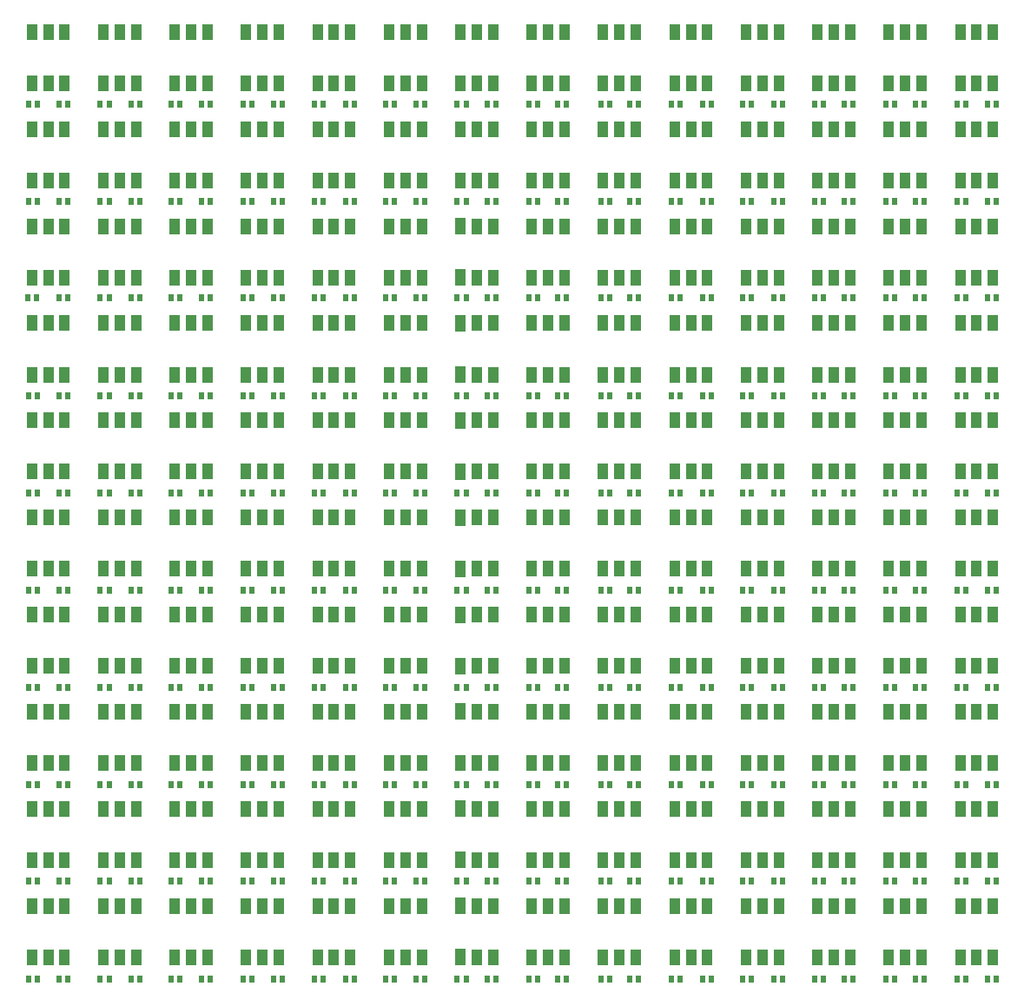
<source format=gtp>
G04 Layer: TopPasteMaskLayer*
G04 EasyEDA v6.3.22, 2020-01-04T19:44:14+01:00*
G04 f50fd1600d684b49919d2234b325bca6,43c3eb671339413baca6572c6aa340f4,10*
G04 Gerber Generator version 0.2*
G04 Scale: 100 percent, Rotated: No, Reflected: No *
G04 Dimensions in millimeters *
G04 leading zeros omitted , absolute positions ,3 integer and 3 decimal *
%FSLAX33Y33*%
%MOMM*%
G90*
G71D02*

%ADD16R,0.999998X1.599997*%
%ADD17R,0.599948X0.649986*%

%LPD*%
G54D16*
G01X5950Y91049D03*
G01X4350Y91049D03*
G01X2750Y91049D03*
G01X2750Y96049D03*
G01X4350Y96049D03*
G01X5950Y96049D03*
G01X96456Y91049D03*
G01X94855Y91049D03*
G01X93256Y91049D03*
G01X93256Y96049D03*
G01X94855Y96049D03*
G01X96456Y96049D03*
G01X89494Y91049D03*
G01X87893Y91049D03*
G01X86293Y91049D03*
G01X86293Y96049D03*
G01X87893Y96049D03*
G01X89494Y96049D03*
G01X82532Y91049D03*
G01X80931Y91049D03*
G01X79332Y91049D03*
G01X79332Y96049D03*
G01X80931Y96049D03*
G01X82532Y96049D03*
G01X75570Y91049D03*
G01X73969Y91049D03*
G01X72369Y91049D03*
G01X72369Y96049D03*
G01X73969Y96049D03*
G01X75570Y96049D03*
G01X68608Y91049D03*
G01X67007Y91049D03*
G01X65408Y91049D03*
G01X65408Y96049D03*
G01X67007Y96049D03*
G01X68608Y96049D03*
G01X61646Y91049D03*
G01X60045Y91049D03*
G01X58445Y91049D03*
G01X58445Y96049D03*
G01X60045Y96049D03*
G01X61646Y96049D03*
G01X54684Y91049D03*
G01X53083Y91049D03*
G01X51484Y91049D03*
G01X51484Y96049D03*
G01X53083Y96049D03*
G01X54684Y96049D03*
G01X19874Y91049D03*
G01X18273Y91049D03*
G01X16674Y91049D03*
G01X16674Y96049D03*
G01X18273Y96049D03*
G01X19874Y96049D03*
G01X12912Y91049D03*
G01X11311Y91049D03*
G01X9711Y91049D03*
G01X9711Y96049D03*
G01X11311Y96049D03*
G01X12912Y96049D03*
G01X47722Y91049D03*
G01X46121Y91049D03*
G01X44521Y91049D03*
G01X44521Y96049D03*
G01X46121Y96049D03*
G01X47722Y96049D03*
G01X26836Y91049D03*
G01X25235Y91049D03*
G01X23635Y91049D03*
G01X23635Y96049D03*
G01X25235Y96049D03*
G01X26836Y96049D03*
G01X40760Y91049D03*
G01X39159Y91049D03*
G01X37559Y91049D03*
G01X37559Y96049D03*
G01X39159Y96049D03*
G01X40760Y96049D03*
G01X33798Y91049D03*
G01X32197Y91049D03*
G01X30598Y91049D03*
G01X30598Y96049D03*
G01X32197Y96049D03*
G01X33798Y96049D03*
G54D17*
G01X65974Y89000D03*
G01X65125Y89000D03*
G01X31174Y89000D03*
G01X30325Y89000D03*
G01X38074Y89000D03*
G01X37225Y89000D03*
G01X93774Y89000D03*
G01X92925Y89000D03*
G01X3274Y89000D03*
G01X2425Y89000D03*
G01X45074Y89000D03*
G01X44225Y89000D03*
G01X24174Y89000D03*
G01X23325Y89000D03*
G01X86874Y89000D03*
G01X86025Y89000D03*
G01X52074Y89000D03*
G01X51225Y89000D03*
G01X17174Y89000D03*
G01X16325Y89000D03*
G01X10274Y89000D03*
G01X9425Y89000D03*
G01X59074Y89000D03*
G01X58225Y89000D03*
G01X79874Y89000D03*
G01X79025Y89000D03*
G01X72874Y89000D03*
G01X72025Y89000D03*
G01X61874Y89000D03*
G01X61025Y89000D03*
G01X41074Y89000D03*
G01X40225Y89000D03*
G01X75974Y89000D03*
G01X75125Y89000D03*
G01X68974Y89000D03*
G01X68125Y89000D03*
G01X6274Y89000D03*
G01X5425Y89000D03*
G01X82774Y89000D03*
G01X81925Y89000D03*
G01X20174Y89000D03*
G01X19325Y89000D03*
G01X13274Y89000D03*
G01X12425Y89000D03*
G01X89774Y89000D03*
G01X88925Y89000D03*
G01X27174Y89000D03*
G01X26325Y89000D03*
G01X47974Y89000D03*
G01X47125Y89000D03*
G01X96774Y89000D03*
G01X95925Y89000D03*
G01X34174Y89000D03*
G01X33325Y89000D03*
G01X54874Y89000D03*
G01X54025Y89000D03*
G54D16*
G01X5950Y81577D03*
G01X4350Y81577D03*
G01X2750Y81577D03*
G01X2750Y86577D03*
G01X4350Y86577D03*
G01X5950Y86577D03*
G54D17*
G01X3274Y79500D03*
G01X2425Y79500D03*
G01X6274Y79500D03*
G01X5425Y79500D03*
G54D16*
G01X89494Y81577D03*
G01X87893Y81577D03*
G01X86293Y81577D03*
G01X86293Y86577D03*
G01X87893Y86577D03*
G01X89494Y86577D03*
G01X82532Y81577D03*
G01X80931Y81577D03*
G01X79332Y81577D03*
G01X79332Y86577D03*
G01X80931Y86577D03*
G01X82532Y86577D03*
G01X75570Y81577D03*
G01X73969Y81577D03*
G01X72369Y81577D03*
G01X72369Y86577D03*
G01X73969Y86577D03*
G01X75570Y86577D03*
G01X68608Y81577D03*
G01X67007Y81577D03*
G01X65408Y81577D03*
G01X65408Y86577D03*
G01X67007Y86577D03*
G01X68608Y86577D03*
G01X96456Y81577D03*
G01X94855Y81577D03*
G01X93256Y81577D03*
G01X93256Y86577D03*
G01X94855Y86577D03*
G01X96456Y86577D03*
G01X61646Y81577D03*
G01X60045Y81577D03*
G01X58445Y81577D03*
G01X58445Y86577D03*
G01X60045Y86577D03*
G01X61646Y86577D03*
G01X54684Y81577D03*
G01X53083Y81577D03*
G01X51484Y81577D03*
G01X51484Y86577D03*
G01X53083Y86577D03*
G01X54684Y86577D03*
G01X47722Y81577D03*
G01X46121Y81577D03*
G01X44521Y81577D03*
G01X44521Y86577D03*
G01X46121Y86577D03*
G01X47722Y86577D03*
G01X40760Y81577D03*
G01X39159Y81577D03*
G01X37559Y81577D03*
G01X37559Y86577D03*
G01X39159Y86577D03*
G01X40760Y86577D03*
G01X26836Y81577D03*
G01X25235Y81577D03*
G01X23635Y81577D03*
G01X23635Y86577D03*
G01X25235Y86577D03*
G01X26836Y86577D03*
G01X33798Y81577D03*
G01X32197Y81577D03*
G01X30598Y81577D03*
G01X30598Y86577D03*
G01X32197Y86577D03*
G01X33798Y86577D03*
G54D17*
G01X59074Y79500D03*
G01X58225Y79500D03*
G01X86874Y79500D03*
G01X86025Y79500D03*
G01X52074Y79500D03*
G01X51225Y79500D03*
G01X72874Y79500D03*
G01X72025Y79500D03*
G01X45074Y79500D03*
G01X44225Y79500D03*
G01X65974Y79500D03*
G01X65125Y79500D03*
G01X17174Y79500D03*
G01X16325Y79500D03*
G01X38074Y79500D03*
G01X37225Y79500D03*
G01X93774Y79500D03*
G01X92925Y79500D03*
G01X79874Y79500D03*
G01X79025Y79500D03*
G01X24174Y79500D03*
G01X23325Y79500D03*
G01X31174Y79500D03*
G01X30325Y79500D03*
G01X27174Y79500D03*
G01X26325Y79500D03*
G01X20174Y79500D03*
G01X19325Y79500D03*
G01X41074Y79500D03*
G01X40225Y79500D03*
G01X47974Y79500D03*
G01X47125Y79500D03*
G01X54874Y79500D03*
G01X54025Y79500D03*
G01X61874Y79500D03*
G01X61025Y79500D03*
G01X34174Y79500D03*
G01X33325Y79500D03*
G01X68974Y79500D03*
G01X68125Y79500D03*
G01X75974Y79500D03*
G01X75125Y79500D03*
G01X82774Y79500D03*
G01X81925Y79500D03*
G01X89774Y79500D03*
G01X88925Y79500D03*
G01X96774Y79500D03*
G01X95925Y79500D03*
G54D16*
G01X12912Y81577D03*
G01X11311Y81577D03*
G01X9711Y81577D03*
G01X9711Y86577D03*
G01X11311Y86577D03*
G01X12912Y86577D03*
G54D17*
G01X10274Y79500D03*
G01X9425Y79500D03*
G01X13274Y79500D03*
G01X12425Y79500D03*
G54D16*
G01X33798Y62632D03*
G01X32197Y62632D03*
G01X30598Y62632D03*
G01X30598Y67632D03*
G01X32197Y67632D03*
G01X33798Y67632D03*
G01X89494Y62632D03*
G01X87893Y62632D03*
G01X86293Y62632D03*
G01X86293Y67632D03*
G01X87893Y67632D03*
G01X89494Y67632D03*
G01X82532Y62632D03*
G01X80931Y62632D03*
G01X79332Y62632D03*
G01X79332Y67632D03*
G01X80931Y67632D03*
G01X82532Y67632D03*
G01X75570Y62632D03*
G01X73969Y62632D03*
G01X72369Y62632D03*
G01X72369Y67632D03*
G01X73969Y67632D03*
G01X75570Y67632D03*
G01X68608Y62632D03*
G01X67007Y62632D03*
G01X65408Y62632D03*
G01X65408Y67632D03*
G01X67007Y67632D03*
G01X68608Y67632D03*
G01X61646Y62632D03*
G01X60045Y62632D03*
G01X58445Y62632D03*
G01X58445Y67632D03*
G01X60045Y67632D03*
G01X61646Y67632D03*
G01X54684Y62632D03*
G01X53083Y62632D03*
G01X51484Y62632D03*
G01X51484Y67632D03*
G01X53083Y67632D03*
G01X54684Y67632D03*
G01X47722Y62632D03*
G01X46121Y62632D03*
G36*
G01X44021Y61832D02*
G01X44021Y63433D01*
G01X45022Y63433D01*
G01X45022Y61832D01*
G01X44021Y61832D01*
G37*
G36*
G01X44021Y66832D02*
G01X44021Y68433D01*
G01X45022Y68433D01*
G01X45022Y66832D01*
G01X44021Y66832D01*
G37*
G01X46121Y67632D03*
G01X47722Y67632D03*
G01X40760Y62632D03*
G01X39159Y62632D03*
G01X37559Y62632D03*
G01X37559Y67632D03*
G01X39159Y67632D03*
G01X40760Y67632D03*
G01X96456Y62632D03*
G01X94855Y62632D03*
G01X93256Y62632D03*
G01X93256Y67632D03*
G01X94855Y67632D03*
G01X96456Y67632D03*
G01X26836Y62632D03*
G01X25235Y62632D03*
G01X23635Y62632D03*
G01X23635Y67632D03*
G01X25235Y67632D03*
G01X26836Y67632D03*
G01X19874Y62632D03*
G01X18273Y62632D03*
G01X16674Y62632D03*
G01X16674Y67632D03*
G01X18273Y67632D03*
G01X19874Y67632D03*
G01X12912Y62632D03*
G01X11311Y62632D03*
G01X9711Y62632D03*
G01X9711Y67632D03*
G01X11311Y67632D03*
G01X12912Y67632D03*
G01X5950Y62632D03*
G01X4350Y62632D03*
G01X2750Y62632D03*
G01X2750Y67632D03*
G01X4350Y67632D03*
G01X5950Y67632D03*
G01X96456Y72105D03*
G01X94855Y72105D03*
G01X93256Y72105D03*
G01X93256Y77105D03*
G01X94855Y77105D03*
G01X96456Y77105D03*
G01X5950Y72105D03*
G01X4350Y72105D03*
G01X2750Y72105D03*
G01X2750Y77105D03*
G01X4350Y77105D03*
G01X5950Y77105D03*
G01X12912Y72105D03*
G01X11311Y72105D03*
G01X9711Y72105D03*
G01X9711Y77105D03*
G01X11311Y77105D03*
G01X12912Y77105D03*
G01X19874Y72105D03*
G01X18273Y72105D03*
G01X16674Y72105D03*
G01X16674Y77105D03*
G01X18273Y77105D03*
G01X19874Y77105D03*
G01X89494Y72105D03*
G01X87893Y72105D03*
G01X86293Y72105D03*
G01X86293Y77105D03*
G01X87893Y77105D03*
G01X89494Y77105D03*
G01X26836Y72105D03*
G01X25235Y72105D03*
G01X23635Y72105D03*
G01X23635Y77105D03*
G01X25235Y77105D03*
G01X26836Y77105D03*
G01X33798Y72105D03*
G01X32197Y72105D03*
G01X30598Y72105D03*
G01X30598Y77105D03*
G01X32197Y77105D03*
G01X33798Y77105D03*
G01X82532Y72105D03*
G01X80931Y72105D03*
G01X79332Y72105D03*
G01X79332Y77105D03*
G01X80931Y77105D03*
G01X82532Y77105D03*
G01X40760Y72105D03*
G01X39159Y72105D03*
G01X37559Y72105D03*
G01X37559Y77105D03*
G01X39159Y77105D03*
G01X40760Y77105D03*
G01X47722Y72105D03*
G01X46121Y72105D03*
G36*
G01X44021Y71304D02*
G01X44021Y72905D01*
G01X45022Y72905D01*
G01X45022Y71304D01*
G01X44021Y71304D01*
G37*
G36*
G01X44021Y76304D02*
G01X44021Y77905D01*
G01X45022Y77905D01*
G01X45022Y76304D01*
G01X44021Y76304D01*
G37*
G01X46121Y77105D03*
G01X47722Y77105D03*
G01X75570Y72105D03*
G01X73969Y72105D03*
G01X72369Y72105D03*
G01X72369Y77105D03*
G01X73969Y77105D03*
G01X75570Y77105D03*
G01X54684Y72105D03*
G01X53083Y72105D03*
G01X51484Y72105D03*
G01X51484Y77105D03*
G01X53083Y77105D03*
G01X54684Y77105D03*
G01X61646Y72105D03*
G01X60045Y72105D03*
G01X58445Y72105D03*
G01X58445Y77105D03*
G01X60045Y77105D03*
G01X61646Y77105D03*
G01X68608Y72105D03*
G01X67007Y72105D03*
G01X65408Y72105D03*
G01X65408Y77105D03*
G01X67007Y77105D03*
G01X68608Y77105D03*
G54D17*
G01X79874Y60599D03*
G01X79025Y60599D03*
G01X24174Y60599D03*
G01X23325Y60599D03*
G01X59074Y60599D03*
G01X58225Y60599D03*
G01X17174Y60599D03*
G01X16325Y60599D03*
G01X86874Y60599D03*
G01X86025Y60599D03*
G01X10274Y60599D03*
G01X9425Y60599D03*
G01X52074Y60599D03*
G01X51225Y60599D03*
G01X3274Y60599D03*
G01X2425Y60599D03*
G01X72874Y60599D03*
G01X72025Y60599D03*
G01X93774Y70099D03*
G01X92925Y70099D03*
G01X3174Y70099D03*
G01X2325Y70099D03*
G01X45074Y60599D03*
G01X44225Y60599D03*
G01X10274Y70099D03*
G01X9425Y70099D03*
G01X86874Y70099D03*
G01X86025Y70099D03*
G01X17174Y70099D03*
G01X16325Y70099D03*
G01X24174Y70099D03*
G01X23325Y70099D03*
G01X79874Y70099D03*
G01X79025Y70099D03*
G01X31174Y70099D03*
G01X30325Y70099D03*
G01X38074Y60599D03*
G01X37225Y60599D03*
G01X65974Y60599D03*
G01X65125Y60599D03*
G01X38074Y70099D03*
G01X37225Y70099D03*
G01X72874Y70099D03*
G01X72025Y70099D03*
G01X45074Y70099D03*
G01X44225Y70099D03*
G01X93774Y60599D03*
G01X92925Y60599D03*
G01X52074Y70099D03*
G01X51225Y70099D03*
G01X65974Y70099D03*
G01X65125Y70099D03*
G01X59074Y70099D03*
G01X58225Y70099D03*
G01X31174Y60599D03*
G01X30325Y60599D03*
G01X61874Y70099D03*
G01X61025Y70099D03*
G01X68974Y70099D03*
G01X68125Y70099D03*
G01X47974Y70099D03*
G01X47125Y70099D03*
G01X41074Y70099D03*
G01X40225Y70099D03*
G01X75974Y70099D03*
G01X75125Y70099D03*
G01X34174Y70099D03*
G01X33325Y70099D03*
G01X27174Y70099D03*
G01X26325Y70099D03*
G01X82774Y70099D03*
G01X81925Y70099D03*
G01X20174Y70099D03*
G01X19325Y70099D03*
G01X13274Y70099D03*
G01X12425Y70099D03*
G01X89774Y70099D03*
G01X88925Y70099D03*
G01X6274Y70099D03*
G01X5425Y70099D03*
G01X96774Y70099D03*
G01X95925Y70099D03*
G01X6274Y60599D03*
G01X5425Y60599D03*
G01X13274Y60599D03*
G01X12425Y60599D03*
G01X20174Y60599D03*
G01X19325Y60599D03*
G01X27174Y60599D03*
G01X26325Y60599D03*
G01X54874Y70099D03*
G01X54025Y70099D03*
G01X34174Y60599D03*
G01X33325Y60599D03*
G01X41074Y60599D03*
G01X40225Y60599D03*
G01X47974Y60599D03*
G01X47125Y60599D03*
G01X54874Y60599D03*
G01X54025Y60599D03*
G01X61874Y60599D03*
G01X61025Y60599D03*
G01X68974Y60599D03*
G01X68125Y60599D03*
G01X75974Y60599D03*
G01X75125Y60599D03*
G01X82774Y60599D03*
G01X81925Y60599D03*
G01X89774Y60599D03*
G01X88925Y60599D03*
G01X96774Y60599D03*
G01X95925Y60599D03*
G54D16*
G01X5950Y34216D03*
G01X4350Y34216D03*
G01X2750Y34216D03*
G01X2750Y39216D03*
G01X4350Y39216D03*
G01X5950Y39216D03*
G01X96456Y43689D03*
G01X94855Y43689D03*
G01X93256Y43689D03*
G01X93256Y48689D03*
G01X94855Y48689D03*
G01X96456Y48689D03*
G01X89494Y43689D03*
G01X87893Y43689D03*
G01X86293Y43689D03*
G01X86293Y48689D03*
G01X87893Y48689D03*
G01X89494Y48689D03*
G01X82532Y43689D03*
G01X80932Y43689D03*
G01X79332Y43689D03*
G01X79332Y48689D03*
G01X80932Y48689D03*
G01X82532Y48689D03*
G01X75570Y43689D03*
G01X73969Y43689D03*
G01X72369Y43689D03*
G01X72369Y48689D03*
G01X73969Y48689D03*
G01X75570Y48689D03*
G01X68608Y43689D03*
G01X67007Y43689D03*
G01X65408Y43689D03*
G01X65408Y48689D03*
G01X67007Y48689D03*
G01X68608Y48689D03*
G01X61646Y43689D03*
G01X60045Y43689D03*
G01X58445Y43689D03*
G01X58445Y48689D03*
G01X60045Y48689D03*
G01X61646Y48689D03*
G01X54684Y43689D03*
G01X53083Y43689D03*
G01X51484Y43689D03*
G01X51484Y48689D03*
G01X53083Y48689D03*
G01X54684Y48689D03*
G01X47722Y43689D03*
G01X46121Y43689D03*
G36*
G01X44021Y42888D02*
G01X44021Y44489D01*
G01X45022Y44489D01*
G01X45022Y42888D01*
G01X44021Y42888D01*
G37*
G36*
G01X44021Y47888D02*
G01X44021Y49489D01*
G01X45022Y49489D01*
G01X45022Y47888D01*
G01X44021Y47888D01*
G37*
G01X46121Y48689D03*
G01X47722Y48689D03*
G01X40760Y43689D03*
G01X39159Y43689D03*
G01X37559Y43689D03*
G01X37559Y48689D03*
G01X39159Y48689D03*
G01X40760Y48689D03*
G01X33798Y43689D03*
G01X32197Y43689D03*
G01X30598Y43689D03*
G01X30598Y48689D03*
G01X32197Y48689D03*
G01X33798Y48689D03*
G01X26836Y43689D03*
G01X25235Y43689D03*
G01X23635Y43689D03*
G01X23635Y48689D03*
G01X25235Y48689D03*
G01X26836Y48689D03*
G01X19874Y43689D03*
G01X18273Y43689D03*
G01X16674Y43689D03*
G01X16674Y48689D03*
G01X18273Y48689D03*
G01X19874Y48689D03*
G01X12912Y43689D03*
G01X11311Y43689D03*
G01X9711Y43689D03*
G01X9711Y48689D03*
G01X11311Y48689D03*
G01X12912Y48689D03*
G01X5950Y43689D03*
G01X4350Y43689D03*
G01X2750Y43689D03*
G01X2750Y48689D03*
G01X4350Y48689D03*
G01X5950Y48689D03*
G01X96456Y53160D03*
G01X94855Y53160D03*
G01X93256Y53160D03*
G01X93256Y58160D03*
G01X94855Y58160D03*
G01X96456Y58160D03*
G01X89494Y53160D03*
G01X87893Y53160D03*
G01X86293Y53160D03*
G01X86293Y58160D03*
G01X87893Y58160D03*
G01X89494Y58160D03*
G01X82532Y53160D03*
G01X80932Y53160D03*
G01X79332Y53160D03*
G01X79332Y58160D03*
G01X80932Y58160D03*
G01X82532Y58160D03*
G01X75570Y53160D03*
G01X73969Y53160D03*
G01X72369Y53160D03*
G01X72369Y58160D03*
G01X73969Y58160D03*
G01X75570Y58160D03*
G01X68608Y53160D03*
G01X67007Y53160D03*
G01X65408Y53160D03*
G01X65408Y58160D03*
G01X67007Y58160D03*
G01X68608Y58160D03*
G01X61646Y53160D03*
G01X60045Y53160D03*
G01X58445Y53160D03*
G01X58445Y58160D03*
G01X60045Y58160D03*
G01X61646Y58160D03*
G01X54684Y53160D03*
G01X53083Y53160D03*
G01X51484Y53160D03*
G01X51484Y58160D03*
G01X53083Y58160D03*
G01X54684Y58160D03*
G01X47722Y53160D03*
G01X46121Y53160D03*
G36*
G01X44021Y52360D02*
G01X44021Y53961D01*
G01X45022Y53961D01*
G01X45022Y52360D01*
G01X44021Y52360D01*
G37*
G36*
G01X44021Y57360D02*
G01X44021Y58961D01*
G01X45022Y58961D01*
G01X45022Y57360D01*
G01X44021Y57360D01*
G37*
G01X46121Y58160D03*
G01X47722Y58160D03*
G01X40760Y53160D03*
G01X39159Y53160D03*
G01X37559Y53160D03*
G01X37559Y58160D03*
G01X39159Y58160D03*
G01X40760Y58160D03*
G01X33798Y53160D03*
G01X32197Y53160D03*
G01X30598Y53160D03*
G01X30598Y58160D03*
G01X32197Y58160D03*
G01X33798Y58160D03*
G01X26836Y53160D03*
G01X25235Y53160D03*
G01X23635Y53160D03*
G01X23635Y58160D03*
G01X25235Y58160D03*
G01X26836Y58160D03*
G01X19874Y53160D03*
G01X18273Y53160D03*
G01X16674Y53160D03*
G01X16674Y58160D03*
G01X18273Y58160D03*
G01X19874Y58160D03*
G01X12912Y53160D03*
G01X11311Y53160D03*
G01X9711Y53160D03*
G01X9711Y58160D03*
G01X11311Y58160D03*
G01X12912Y58160D03*
G01X5950Y53160D03*
G01X4350Y53160D03*
G01X2750Y53160D03*
G01X2750Y58160D03*
G01X4350Y58160D03*
G01X5950Y58160D03*
G54D17*
G01X3274Y51100D03*
G01X2425Y51100D03*
G01X10274Y51100D03*
G01X9425Y51100D03*
G01X17174Y51100D03*
G01X16325Y51100D03*
G01X24174Y51100D03*
G01X23325Y51100D03*
G01X31174Y51100D03*
G01X30325Y51100D03*
G01X38074Y51100D03*
G01X37225Y51100D03*
G01X45074Y51100D03*
G01X44225Y51100D03*
G01X52074Y51100D03*
G01X51225Y51100D03*
G01X59074Y51100D03*
G01X58225Y51100D03*
G01X65974Y51100D03*
G01X65125Y51100D03*
G01X72874Y51100D03*
G01X72025Y51100D03*
G01X79874Y51100D03*
G01X79025Y51100D03*
G01X86874Y51100D03*
G01X86025Y51100D03*
G01X93774Y51100D03*
G01X92925Y51100D03*
G01X3274Y41599D03*
G01X2425Y41599D03*
G01X10274Y41599D03*
G01X9425Y41599D03*
G01X17174Y41599D03*
G01X16325Y41599D03*
G01X24174Y41599D03*
G01X23325Y41599D03*
G01X31174Y41599D03*
G01X30325Y41599D03*
G01X38074Y41599D03*
G01X37225Y41599D03*
G01X45074Y41599D03*
G01X44225Y41599D03*
G01X52074Y41599D03*
G01X51225Y41599D03*
G01X59074Y41599D03*
G01X58225Y41599D03*
G01X65974Y41599D03*
G01X65125Y41599D03*
G01X72874Y41599D03*
G01X72025Y41599D03*
G01X79874Y41599D03*
G01X79025Y41599D03*
G01X86874Y41599D03*
G01X86025Y41599D03*
G01X93774Y41599D03*
G01X92925Y41599D03*
G01X3274Y32100D03*
G01X2425Y32100D03*
G01X6274Y51100D03*
G01X5425Y51100D03*
G01X13274Y51100D03*
G01X12425Y51100D03*
G01X20174Y51100D03*
G01X19325Y51100D03*
G01X27174Y51100D03*
G01X26325Y51100D03*
G01X34174Y51100D03*
G01X33325Y51100D03*
G01X41074Y51100D03*
G01X40225Y51100D03*
G01X47974Y51100D03*
G01X47125Y51100D03*
G01X54874Y51100D03*
G01X54025Y51100D03*
G01X61874Y51100D03*
G01X61025Y51100D03*
G01X68974Y51100D03*
G01X68125Y51100D03*
G01X75974Y51100D03*
G01X75125Y51100D03*
G01X82774Y51100D03*
G01X81925Y51100D03*
G01X89774Y51100D03*
G01X88925Y51100D03*
G01X96774Y51100D03*
G01X95925Y51100D03*
G01X6274Y41599D03*
G01X5425Y41599D03*
G01X13274Y41599D03*
G01X12425Y41599D03*
G01X20174Y41599D03*
G01X19325Y41599D03*
G01X27174Y41599D03*
G01X26325Y41599D03*
G01X34174Y41599D03*
G01X33325Y41599D03*
G01X41074Y41599D03*
G01X40225Y41599D03*
G01X47974Y41599D03*
G01X47125Y41599D03*
G01X54874Y41599D03*
G01X54025Y41599D03*
G01X61874Y41599D03*
G01X61025Y41599D03*
G01X68974Y41599D03*
G01X68125Y41599D03*
G01X75974Y41599D03*
G01X75125Y41599D03*
G01X82774Y41599D03*
G01X81925Y41599D03*
G01X89774Y41599D03*
G01X88925Y41599D03*
G01X96774Y41599D03*
G01X95925Y41599D03*
G01X6274Y32100D03*
G01X5425Y32100D03*
G54D16*
G01X33798Y15272D03*
G01X32197Y15272D03*
G01X30598Y15272D03*
G01X30598Y20272D03*
G01X32197Y20272D03*
G01X33798Y20272D03*
G01X89494Y5800D03*
G01X87893Y5800D03*
G01X86293Y5800D03*
G01X86293Y10799D03*
G01X87893Y10799D03*
G01X89494Y10799D03*
G01X82532Y5800D03*
G01X80932Y5800D03*
G01X79332Y5800D03*
G01X79332Y10799D03*
G01X80932Y10799D03*
G01X82532Y10799D03*
G01X75570Y5800D03*
G01X73969Y5800D03*
G01X72369Y5800D03*
G01X72369Y10799D03*
G01X73969Y10799D03*
G01X75570Y10799D03*
G01X68608Y5800D03*
G01X67007Y5800D03*
G01X65408Y5800D03*
G01X65408Y10799D03*
G01X67007Y10799D03*
G01X68608Y10799D03*
G01X61646Y5800D03*
G01X60045Y5800D03*
G01X58445Y5800D03*
G01X58445Y10799D03*
G01X60045Y10799D03*
G01X61646Y10799D03*
G01X54684Y5800D03*
G01X53083Y5800D03*
G01X51484Y5800D03*
G01X51484Y10799D03*
G01X53083Y10799D03*
G01X54684Y10799D03*
G01X47722Y5800D03*
G01X46121Y5800D03*
G36*
G01X44021Y4999D02*
G01X44021Y6600D01*
G01X45022Y6600D01*
G01X45022Y4999D01*
G01X44021Y4999D01*
G37*
G36*
G01X44021Y9999D02*
G01X44021Y11600D01*
G01X45022Y11600D01*
G01X45022Y9999D01*
G01X44021Y9999D01*
G37*
G01X46121Y10799D03*
G01X47722Y10799D03*
G01X40760Y5800D03*
G01X39159Y5800D03*
G01X37559Y5800D03*
G01X37559Y10799D03*
G01X39159Y10799D03*
G01X40760Y10799D03*
G01X33798Y5800D03*
G01X32197Y5800D03*
G01X30598Y5800D03*
G01X30598Y10799D03*
G01X32197Y10799D03*
G01X33798Y10799D03*
G01X26836Y5800D03*
G01X25235Y5800D03*
G01X23635Y5800D03*
G01X23635Y10799D03*
G01X25235Y10799D03*
G01X26836Y10799D03*
G01X19874Y5800D03*
G01X18273Y5800D03*
G01X16674Y5800D03*
G01X16674Y10799D03*
G01X18273Y10799D03*
G01X19874Y10799D03*
G01X12912Y5800D03*
G01X11311Y5800D03*
G01X9711Y5800D03*
G01X9711Y10799D03*
G01X11311Y10799D03*
G01X12912Y10799D03*
G01X5950Y5800D03*
G01X4350Y5800D03*
G01X2750Y5800D03*
G01X2750Y10799D03*
G01X4350Y10799D03*
G01X5950Y10799D03*
G01X96456Y15272D03*
G01X94855Y15272D03*
G01X93256Y15272D03*
G01X93256Y20272D03*
G01X94855Y20272D03*
G01X96456Y20272D03*
G01X89494Y15272D03*
G01X87893Y15272D03*
G01X86293Y15272D03*
G01X86293Y20272D03*
G01X87893Y20272D03*
G01X89494Y20272D03*
G01X82532Y15272D03*
G01X80932Y15272D03*
G01X79332Y15272D03*
G01X79332Y20272D03*
G01X80932Y20272D03*
G01X82532Y20272D03*
G01X75570Y15272D03*
G01X73969Y15272D03*
G01X72369Y15272D03*
G01X72369Y20272D03*
G01X73969Y20272D03*
G01X75570Y20272D03*
G01X68608Y15272D03*
G01X67007Y15272D03*
G01X65408Y15272D03*
G01X65408Y20272D03*
G01X67007Y20272D03*
G01X68608Y20272D03*
G01X61646Y15272D03*
G01X60045Y15272D03*
G01X58445Y15272D03*
G01X58445Y20272D03*
G01X60045Y20272D03*
G01X61646Y20272D03*
G01X54684Y15272D03*
G01X53083Y15272D03*
G01X51484Y15272D03*
G01X51484Y20272D03*
G01X53083Y20272D03*
G01X54684Y20272D03*
G01X47722Y15272D03*
G01X46121Y15272D03*
G36*
G01X44021Y14471D02*
G01X44021Y16072D01*
G01X45022Y16072D01*
G01X45022Y14471D01*
G01X44021Y14471D01*
G37*
G36*
G01X44021Y19471D02*
G01X44021Y21072D01*
G01X45022Y21072D01*
G01X45022Y19471D01*
G01X44021Y19471D01*
G37*
G01X46121Y20272D03*
G01X47722Y20272D03*
G01X40760Y15272D03*
G01X39159Y15272D03*
G01X37559Y15272D03*
G01X37559Y20272D03*
G01X39159Y20272D03*
G01X40760Y20272D03*
G01X96456Y5800D03*
G01X94855Y5800D03*
G01X93256Y5800D03*
G01X93256Y10799D03*
G01X94855Y10799D03*
G01X96456Y10799D03*
G01X26836Y15272D03*
G01X25235Y15272D03*
G01X23635Y15272D03*
G01X23635Y20272D03*
G01X25235Y20272D03*
G01X26836Y20272D03*
G01X19874Y15272D03*
G01X18273Y15272D03*
G01X16674Y15272D03*
G01X16674Y20272D03*
G01X18273Y20272D03*
G01X19874Y20272D03*
G01X12912Y15272D03*
G01X11311Y15272D03*
G01X9711Y15272D03*
G01X9711Y20272D03*
G01X11311Y20272D03*
G01X12912Y20272D03*
G01X5950Y15272D03*
G01X4350Y15272D03*
G01X2750Y15272D03*
G01X2750Y20272D03*
G01X4350Y20272D03*
G01X5950Y20272D03*
G01X96456Y24743D03*
G01X94855Y24743D03*
G01X93256Y24743D03*
G01X93256Y29743D03*
G01X94855Y29743D03*
G01X96456Y29743D03*
G01X89494Y24743D03*
G01X87893Y24743D03*
G01X86293Y24743D03*
G01X86293Y29743D03*
G01X87893Y29743D03*
G01X89494Y29743D03*
G01X82532Y24743D03*
G01X80932Y24743D03*
G01X79332Y24743D03*
G01X79332Y29743D03*
G01X80932Y29743D03*
G01X82532Y29743D03*
G01X75570Y24743D03*
G01X73969Y24743D03*
G01X72369Y24743D03*
G01X72369Y29743D03*
G01X73969Y29743D03*
G01X75570Y29743D03*
G01X68608Y24743D03*
G01X67007Y24743D03*
G01X65408Y24743D03*
G01X65408Y29743D03*
G01X67007Y29743D03*
G01X68608Y29743D03*
G01X61646Y24743D03*
G01X60045Y24743D03*
G01X58445Y24743D03*
G01X58445Y29743D03*
G01X60045Y29743D03*
G01X61646Y29743D03*
G01X54684Y24743D03*
G01X53083Y24743D03*
G01X51484Y24743D03*
G01X51484Y29743D03*
G01X53083Y29743D03*
G01X54684Y29743D03*
G01X47722Y24743D03*
G01X46121Y24743D03*
G36*
G01X44021Y23943D02*
G01X44021Y25544D01*
G01X45022Y25544D01*
G01X45022Y23943D01*
G01X44021Y23943D01*
G37*
G36*
G01X44021Y28943D02*
G01X44021Y30544D01*
G01X45022Y30544D01*
G01X45022Y28943D01*
G01X44021Y28943D01*
G37*
G01X46121Y29743D03*
G01X47722Y29743D03*
G01X40760Y24743D03*
G01X39159Y24743D03*
G01X37559Y24743D03*
G01X37559Y29743D03*
G01X39159Y29743D03*
G01X40760Y29743D03*
G01X33798Y24743D03*
G01X32197Y24743D03*
G01X30598Y24743D03*
G01X30598Y29743D03*
G01X32197Y29743D03*
G01X33798Y29743D03*
G01X26836Y24743D03*
G01X25235Y24743D03*
G01X23635Y24743D03*
G01X23635Y29743D03*
G01X25235Y29743D03*
G01X26836Y29743D03*
G01X19874Y24743D03*
G01X18273Y24743D03*
G01X16674Y24743D03*
G01X16674Y29743D03*
G01X18273Y29743D03*
G01X19874Y29743D03*
G01X12912Y24743D03*
G01X11311Y24743D03*
G01X9711Y24743D03*
G01X9711Y29743D03*
G01X11311Y29743D03*
G01X12912Y29743D03*
G01X5950Y24743D03*
G01X4350Y24743D03*
G01X2750Y24743D03*
G01X2750Y29743D03*
G01X4350Y29743D03*
G01X5950Y29743D03*
G01X96456Y34216D03*
G01X94855Y34216D03*
G01X93256Y34216D03*
G01X93256Y39216D03*
G01X94855Y39216D03*
G01X96456Y39216D03*
G01X12912Y34216D03*
G01X11311Y34216D03*
G01X9711Y34216D03*
G01X9711Y39216D03*
G01X11311Y39216D03*
G01X12912Y39216D03*
G01X19874Y34216D03*
G01X18273Y34216D03*
G01X16674Y34216D03*
G01X16674Y39216D03*
G01X18273Y39216D03*
G01X19874Y39216D03*
G01X89494Y34216D03*
G01X87893Y34216D03*
G01X86293Y34216D03*
G01X86293Y39216D03*
G01X87893Y39216D03*
G01X89494Y39216D03*
G01X26836Y34216D03*
G01X25235Y34216D03*
G01X23635Y34216D03*
G01X23635Y39216D03*
G01X25235Y39216D03*
G01X26836Y39216D03*
G01X33798Y34216D03*
G01X32197Y34216D03*
G01X30598Y34216D03*
G01X30598Y39216D03*
G01X32197Y39216D03*
G01X33798Y39216D03*
G01X82532Y34216D03*
G01X80932Y34216D03*
G01X79332Y34216D03*
G01X79332Y39216D03*
G01X80932Y39216D03*
G01X82532Y39216D03*
G01X40760Y34216D03*
G01X39159Y34216D03*
G01X37559Y34216D03*
G01X37559Y39216D03*
G01X39159Y39216D03*
G01X40760Y39216D03*
G01X47722Y34216D03*
G01X46121Y34216D03*
G36*
G01X44021Y33416D02*
G01X44021Y35017D01*
G01X45022Y35017D01*
G01X45022Y33416D01*
G01X44021Y33416D01*
G37*
G36*
G01X44021Y38416D02*
G01X44021Y40017D01*
G01X45022Y40017D01*
G01X45022Y38416D01*
G01X44021Y38416D01*
G37*
G01X46121Y39216D03*
G01X47722Y39216D03*
G01X75570Y34216D03*
G01X73969Y34216D03*
G01X72369Y34216D03*
G01X72369Y39216D03*
G01X73969Y39216D03*
G01X75570Y39216D03*
G01X54684Y34216D03*
G01X53083Y34216D03*
G01X51484Y34216D03*
G01X51484Y39216D03*
G01X53083Y39216D03*
G01X54684Y39216D03*
G01X61646Y34216D03*
G01X60045Y34216D03*
G01X58445Y34216D03*
G01X58445Y39216D03*
G01X60045Y39216D03*
G01X61646Y39216D03*
G01X68608Y34216D03*
G01X67007Y34216D03*
G01X65408Y34216D03*
G01X65408Y39216D03*
G01X67007Y39216D03*
G01X68608Y39216D03*
G54D17*
G01X86874Y3700D03*
G01X86025Y3700D03*
G01X24174Y13199D03*
G01X23325Y13199D03*
G01X10274Y3700D03*
G01X9425Y3700D03*
G01X17174Y13199D03*
G01X16325Y13199D03*
G01X52074Y3700D03*
G01X51225Y3700D03*
G01X10274Y13199D03*
G01X9425Y13199D03*
G01X3274Y3700D03*
G01X2425Y3700D03*
G01X3274Y13199D03*
G01X2425Y13199D03*
G01X72874Y3700D03*
G01X72025Y3700D03*
G01X93774Y22599D03*
G01X92925Y22599D03*
G01X93774Y13199D03*
G01X92925Y13199D03*
G01X86874Y22599D03*
G01X86025Y22599D03*
G01X79874Y22599D03*
G01X79025Y22599D03*
G01X45074Y3700D03*
G01X44225Y3700D03*
G01X86874Y13199D03*
G01X86025Y13199D03*
G01X72874Y22599D03*
G01X72025Y22599D03*
G01X65974Y22599D03*
G01X65125Y22599D03*
G01X79874Y13199D03*
G01X79025Y13199D03*
G01X59074Y22599D03*
G01X58225Y22599D03*
G01X52074Y22599D03*
G01X51225Y22599D03*
G01X38074Y3700D03*
G01X37225Y3700D03*
G01X72874Y13199D03*
G01X72025Y13199D03*
G01X65974Y3700D03*
G01X65125Y3700D03*
G01X45074Y22599D03*
G01X44225Y22599D03*
G01X38074Y22599D03*
G01X37225Y22599D03*
G01X65974Y13199D03*
G01X65125Y13199D03*
G01X93774Y3700D03*
G01X92925Y3700D03*
G01X31174Y22599D03*
G01X30325Y22599D03*
G01X31174Y3700D03*
G01X30325Y3700D03*
G01X24174Y22599D03*
G01X23325Y22599D03*
G01X59074Y13199D03*
G01X58225Y13199D03*
G01X79874Y3700D03*
G01X79025Y3700D03*
G01X17174Y22599D03*
G01X16325Y22599D03*
G01X10274Y22599D03*
G01X9425Y22599D03*
G01X52074Y13199D03*
G01X51225Y13199D03*
G01X3274Y22599D03*
G01X2425Y22599D03*
G01X24174Y3700D03*
G01X23325Y3700D03*
G01X93774Y32100D03*
G01X92925Y32100D03*
G01X45074Y13199D03*
G01X44225Y13199D03*
G01X59074Y3700D03*
G01X58225Y3700D03*
G01X10274Y32100D03*
G01X9425Y32100D03*
G01X86874Y32100D03*
G01X86025Y32100D03*
G01X17174Y32100D03*
G01X16325Y32100D03*
G01X24174Y32100D03*
G01X23325Y32100D03*
G01X79874Y32100D03*
G01X79025Y32100D03*
G01X31174Y32100D03*
G01X30325Y32100D03*
G01X38074Y13199D03*
G01X37225Y13199D03*
G01X38074Y32100D03*
G01X37225Y32100D03*
G01X72874Y32100D03*
G01X72025Y32100D03*
G01X45074Y32100D03*
G01X44225Y32100D03*
G01X17174Y3700D03*
G01X16325Y3700D03*
G01X52074Y32100D03*
G01X51225Y32100D03*
G01X65974Y32100D03*
G01X65125Y32100D03*
G01X59074Y32100D03*
G01X58225Y32100D03*
G01X31174Y13199D03*
G01X30325Y13199D03*
G01X61874Y32100D03*
G01X61025Y32100D03*
G01X68974Y32100D03*
G01X68125Y32100D03*
G01X47974Y32100D03*
G01X47125Y32100D03*
G01X41074Y32100D03*
G01X40225Y32100D03*
G01X75974Y32100D03*
G01X75125Y32100D03*
G01X34174Y32100D03*
G01X33325Y32100D03*
G01X27174Y32100D03*
G01X26325Y32100D03*
G01X82774Y32100D03*
G01X81925Y32100D03*
G01X20174Y32100D03*
G01X19325Y32100D03*
G01X13274Y32100D03*
G01X12425Y32100D03*
G01X89774Y32100D03*
G01X88925Y32100D03*
G01X96774Y32100D03*
G01X95925Y32100D03*
G01X6274Y22599D03*
G01X5425Y22599D03*
G01X13274Y22599D03*
G01X12425Y22599D03*
G01X20174Y22599D03*
G01X19325Y22599D03*
G01X27174Y22599D03*
G01X26325Y22599D03*
G01X34174Y22599D03*
G01X33325Y22599D03*
G01X41074Y22599D03*
G01X40225Y22599D03*
G01X47974Y22599D03*
G01X47125Y22599D03*
G01X54874Y22599D03*
G01X54025Y22599D03*
G01X61874Y22599D03*
G01X61025Y22599D03*
G01X68974Y22599D03*
G01X68125Y22599D03*
G01X75974Y22599D03*
G01X75125Y22599D03*
G01X82774Y22599D03*
G01X81925Y22599D03*
G01X89774Y22599D03*
G01X88925Y22599D03*
G01X96774Y22599D03*
G01X95925Y22599D03*
G01X6274Y13199D03*
G01X5425Y13199D03*
G01X13274Y13199D03*
G01X12425Y13199D03*
G01X20174Y13199D03*
G01X19325Y13199D03*
G01X27174Y13199D03*
G01X26325Y13199D03*
G01X54874Y32100D03*
G01X54025Y32100D03*
G01X34174Y13199D03*
G01X33325Y13199D03*
G01X41074Y13199D03*
G01X40225Y13199D03*
G01X47974Y13199D03*
G01X47125Y13199D03*
G01X54874Y13199D03*
G01X54025Y13199D03*
G01X61874Y13199D03*
G01X61025Y13199D03*
G01X68974Y13199D03*
G01X68125Y13199D03*
G01X75974Y13199D03*
G01X75125Y13199D03*
G01X82774Y13199D03*
G01X81925Y13199D03*
G01X89774Y13199D03*
G01X88925Y13199D03*
G01X96774Y13199D03*
G01X95925Y13199D03*
G01X6274Y3700D03*
G01X5425Y3700D03*
G01X13274Y3700D03*
G01X12425Y3700D03*
G01X20174Y3700D03*
G01X19325Y3700D03*
G01X27174Y3700D03*
G01X26325Y3700D03*
G01X34174Y3700D03*
G01X33325Y3700D03*
G01X41074Y3700D03*
G01X40225Y3700D03*
G01X47974Y3700D03*
G01X47125Y3700D03*
G01X54874Y3700D03*
G01X54025Y3700D03*
G01X61874Y3700D03*
G01X61025Y3700D03*
G01X68974Y3700D03*
G01X68125Y3700D03*
G01X75974Y3700D03*
G01X75125Y3700D03*
G01X82774Y3700D03*
G01X81925Y3700D03*
G01X89774Y3700D03*
G01X88925Y3700D03*
G01X96774Y3700D03*
G01X95925Y3700D03*
G54D16*
G01X19874Y81577D03*
G01X18273Y81577D03*
G01X16674Y81577D03*
G01X16674Y86577D03*
G01X18273Y86577D03*
G01X19874Y86577D03*
M00*
M02*

</source>
